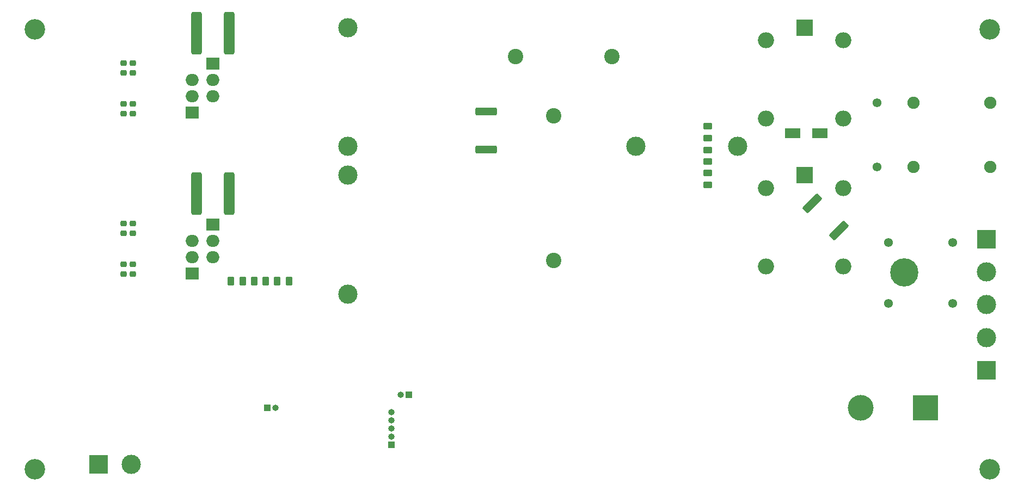
<source format=gbr>
%TF.GenerationSoftware,KiCad,Pcbnew,(6.0.9)*%
%TF.CreationDate,2023-03-15T23:45:40+00:00*%
%TF.ProjectId,GTI_V5,4754495f-5635-42e6-9b69-6361645f7063,rev?*%
%TF.SameCoordinates,Original*%
%TF.FileFunction,Soldermask,Bot*%
%TF.FilePolarity,Negative*%
%FSLAX46Y46*%
G04 Gerber Fmt 4.6, Leading zero omitted, Abs format (unit mm)*
G04 Created by KiCad (PCBNEW (6.0.9)) date 2023-03-15 23:45:40*
%MOMM*%
%LPD*%
G01*
G04 APERTURE LIST*
G04 Aperture macros list*
%AMRoundRect*
0 Rectangle with rounded corners*
0 $1 Rounding radius*
0 $2 $3 $4 $5 $6 $7 $8 $9 X,Y pos of 4 corners*
0 Add a 4 corners polygon primitive as box body*
4,1,4,$2,$3,$4,$5,$6,$7,$8,$9,$2,$3,0*
0 Add four circle primitives for the rounded corners*
1,1,$1+$1,$2,$3*
1,1,$1+$1,$4,$5*
1,1,$1+$1,$6,$7*
1,1,$1+$1,$8,$9*
0 Add four rect primitives between the rounded corners*
20,1,$1+$1,$2,$3,$4,$5,0*
20,1,$1+$1,$4,$5,$6,$7,0*
20,1,$1+$1,$6,$7,$8,$9,0*
20,1,$1+$1,$8,$9,$2,$3,0*%
G04 Aperture macros list end*
%ADD10C,4.400000*%
%ADD11C,2.400000*%
%ADD12C,1.381000*%
%ADD13C,1.905000*%
%ADD14R,2.500000X2.500000*%
%ADD15O,2.500000X2.500000*%
%ADD16R,4.000000X4.000000*%
%ADD17C,4.000000*%
%ADD18R,3.000000X3.000000*%
%ADD19C,3.000000*%
%ADD20C,3.200000*%
%ADD21R,1.000000X1.000000*%
%ADD22O,1.000000X1.000000*%
%ADD23RoundRect,0.250000X1.425000X-0.362500X1.425000X0.362500X-1.425000X0.362500X-1.425000X-0.362500X0*%
%ADD24RoundRect,0.225000X-0.250000X0.225000X-0.250000X-0.225000X0.250000X-0.225000X0.250000X0.225000X0*%
%ADD25RoundRect,0.250000X0.262500X0.450000X-0.262500X0.450000X-0.262500X-0.450000X0.262500X-0.450000X0*%
%ADD26R,2.000000X1.905000*%
%ADD27O,2.000000X1.905000*%
%ADD28RoundRect,0.250000X-1.263953X-0.751301X-0.751301X-1.263953X1.263953X0.751301X0.751301X1.263953X0*%
%ADD29RoundRect,0.250000X-0.450000X0.262500X-0.450000X-0.262500X0.450000X-0.262500X0.450000X0.262500X0*%
%ADD30RoundRect,0.225000X0.250000X-0.225000X0.250000X0.225000X-0.250000X0.225000X-0.250000X-0.225000X0*%
%ADD31RoundRect,0.250000X0.562500X3.050000X-0.562500X3.050000X-0.562500X-3.050000X0.562500X-3.050000X0*%
%ADD32R,2.350000X1.550000*%
G04 APERTURE END LIST*
D10*
%TO.C,H5*%
X188500000Y-91100000D03*
%TD*%
D11*
%TO.C,C20*%
X134000000Y-66750000D03*
X134000000Y-89250000D03*
%TD*%
D12*
%TO.C,C27*%
X184250000Y-74750000D03*
X184250000Y-64750000D03*
%TD*%
D13*
%TO.C,L5*%
X189900000Y-64750000D03*
X201900000Y-64750000D03*
X189900000Y-74750000D03*
X201900000Y-74750000D03*
%TD*%
D14*
%TO.C,K1*%
X173000000Y-53000000D03*
D15*
X167000000Y-55000000D03*
X167000000Y-67200000D03*
X179000000Y-67200000D03*
X179000000Y-55000000D03*
%TD*%
D12*
%TO.C,C22*%
X196000000Y-96000000D03*
X186000000Y-96000000D03*
%TD*%
D16*
%TO.C,C32*%
X191750000Y-112250000D03*
D17*
X181750000Y-112250000D03*
%TD*%
D18*
%TO.C,J3*%
X201250000Y-106340000D03*
D19*
X201250000Y-101260000D03*
%TD*%
%TO.C,L2*%
X102000000Y-53000000D03*
X102000000Y-71500000D03*
%TD*%
D20*
%TO.C,H2*%
X201750000Y-121750000D03*
%TD*%
D21*
%TO.C,J6*%
X111400000Y-110200000D03*
D22*
X110130000Y-110200000D03*
%TD*%
D20*
%TO.C,H3*%
X53250000Y-53250000D03*
%TD*%
D14*
%TO.C,K2*%
X173000000Y-75972500D03*
D15*
X167000000Y-77972500D03*
X167000000Y-90172500D03*
X179000000Y-90172500D03*
X179000000Y-77972500D03*
%TD*%
D19*
%TO.C,L4*%
X162550000Y-71500000D03*
X146750000Y-71500000D03*
%TD*%
D18*
%TO.C,J2*%
X63170000Y-121000000D03*
D19*
X68250000Y-121000000D03*
%TD*%
D11*
%TO.C,C33*%
X128000000Y-57500000D03*
X143000000Y-57500000D03*
%TD*%
D12*
%TO.C,C28*%
X186000000Y-86500000D03*
X196000000Y-86500000D03*
%TD*%
D21*
%TO.C,J5*%
X89400000Y-112250000D03*
D22*
X90670000Y-112250000D03*
%TD*%
D19*
%TO.C,L1*%
X102000000Y-94500000D03*
X102000000Y-76000000D03*
%TD*%
D21*
%TO.C,J4*%
X108700000Y-118000000D03*
D22*
X108700000Y-116730000D03*
X108700000Y-115460000D03*
X108700000Y-114190000D03*
X108700000Y-112920000D03*
%TD*%
D23*
%TO.C,R7*%
X123500000Y-71962500D03*
X123500000Y-66037500D03*
%TD*%
D20*
%TO.C,H4*%
X201750000Y-53250000D03*
%TD*%
D18*
%TO.C,J1*%
X201250000Y-86000000D03*
D19*
X201250000Y-91080000D03*
X201250000Y-96160000D03*
%TD*%
D20*
%TO.C,H1*%
X53250000Y-121750000D03*
%TD*%
D24*
%TO.C,C8*%
X67107500Y-64870000D03*
X67107500Y-66420000D03*
%TD*%
D25*
%TO.C,R26*%
X92812500Y-92500000D03*
X90987500Y-92500000D03*
%TD*%
D26*
%TO.C,Q5*%
X77777500Y-91285000D03*
D27*
X77777500Y-88745000D03*
X77777500Y-86205000D03*
%TD*%
D28*
%TO.C,R14*%
X174155196Y-80405196D03*
X178344804Y-84594804D03*
%TD*%
D25*
%TO.C,R24*%
X85612500Y-92500000D03*
X83787500Y-92500000D03*
%TD*%
D29*
%TO.C,R5*%
X157900000Y-70225000D03*
X157900000Y-68400000D03*
%TD*%
D24*
%TO.C,C7*%
X67107500Y-58525000D03*
X67107500Y-60075000D03*
%TD*%
D30*
%TO.C,C24*%
X67107500Y-91420000D03*
X67107500Y-89870000D03*
%TD*%
D24*
%TO.C,C25*%
X68547500Y-89870000D03*
X68547500Y-91420000D03*
%TD*%
D25*
%TO.C,R25*%
X89212500Y-92500000D03*
X87387500Y-92500000D03*
%TD*%
D30*
%TO.C,C19*%
X68547500Y-85075000D03*
X68547500Y-83525000D03*
%TD*%
D24*
%TO.C,C6*%
X68547500Y-58525000D03*
X68547500Y-60075000D03*
%TD*%
D31*
%TO.C,C21*%
X83537500Y-78845000D03*
X78462500Y-78845000D03*
%TD*%
D29*
%TO.C,R9*%
X157900000Y-77475000D03*
X157900000Y-75650000D03*
%TD*%
D31*
%TO.C,C5*%
X83537500Y-53845000D03*
X78462500Y-53845000D03*
%TD*%
D26*
%TO.C,Q3*%
X77777500Y-66285000D03*
D27*
X77777500Y-63745000D03*
X77777500Y-61205000D03*
%TD*%
D26*
%TO.C,Q4*%
X80972500Y-83665000D03*
D27*
X80972500Y-86205000D03*
X80972500Y-88745000D03*
%TD*%
D29*
%TO.C,R8*%
X157900000Y-73887500D03*
X157900000Y-72062500D03*
%TD*%
D30*
%TO.C,C9*%
X68547500Y-66420000D03*
X68547500Y-64870000D03*
%TD*%
D24*
%TO.C,C23*%
X67107500Y-83525000D03*
X67107500Y-85075000D03*
%TD*%
D32*
%TO.C,D6*%
X171100000Y-69500000D03*
X175400000Y-69500000D03*
%TD*%
D26*
%TO.C,Q1*%
X80972500Y-58665000D03*
D27*
X80972500Y-61205000D03*
X80972500Y-63745000D03*
%TD*%
M02*

</source>
